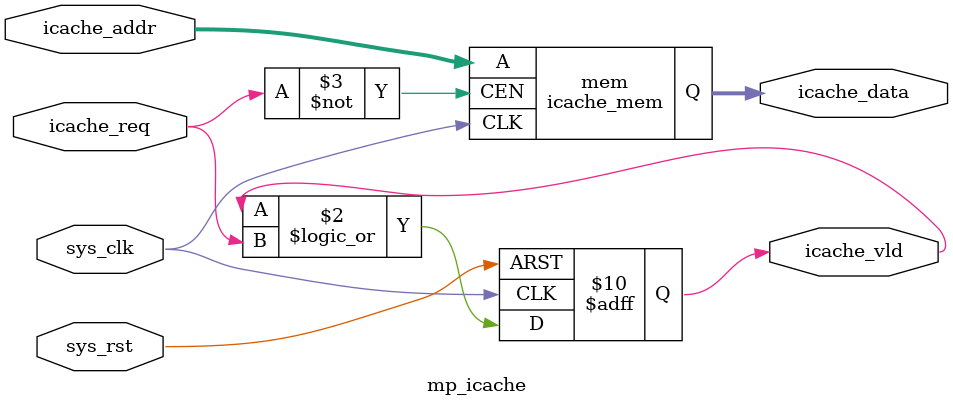
<source format=v>
`include "defines.v"

module icache_mem(
    input           CLK,
    input           CEN,
    input[29:0]     A,
    output[31:0]    Q
);

reg[31:0]  mem[16383:0];
`ifdef DEBUG
integer fd;
initial
begin
    fd = $fopen(`DEBUG_RAMFILE, "rb");
    $fread(mem, fd);
end
`endif

reg[13:0]  addr;
always @(posedge CLK)
begin
    if(!CEN) addr <= A;
end

wire[31:0] data = mem[addr];
assign Q = {data[7:0], data[15:8], data[23:16], data[31:24]};

endmodule

module mp_icache(
    input        sys_clk,
    input        sys_rst,

    input        icache_req,
    input[29:0]  icache_addr,
    output reg   icache_vld,
    output[31:0] icache_data
);

always @(posedge sys_clk or posedge sys_rst)
begin
    if(sys_rst) icache_vld <= 0;
    else        icache_vld <= icache_vld || icache_req;
end

icache_mem mem(
    .CLK    (sys_clk),
    .CEN    (~icache_req),
    .A      (icache_addr),
    .Q      (icache_data)
);

endmodule

</source>
